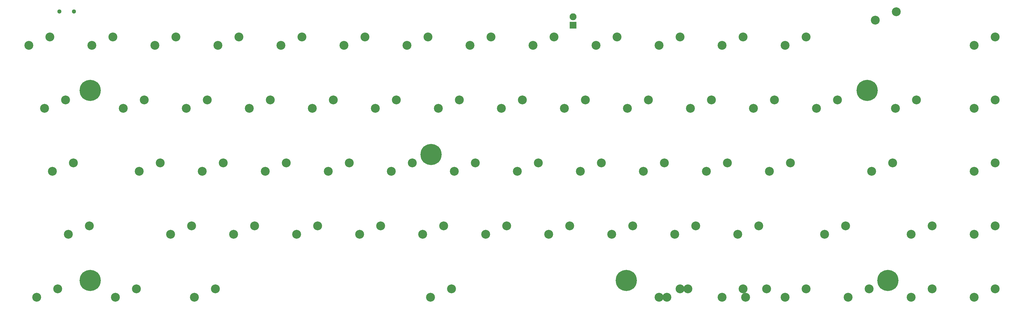
<source format=gts>
G04 #@! TF.FileFunction,Soldermask,Top*
%FSLAX46Y46*%
G04 Gerber Fmt 4.6, Leading zero omitted, Abs format (unit mm)*
G04 Created by KiCad (PCBNEW 4.0.5+dfsg1-4) date Thu Nov 23 22:08:00 2017*
%MOMM*%
%LPD*%
G01*
G04 APERTURE LIST*
%ADD10C,0.100000*%
%ADD11C,2.686000*%
%ADD12C,6.400000*%
%ADD13C,1.300000*%
%ADD14R,2.100000X2.100000*%
%ADD15O,2.100000X2.100000*%
G04 APERTURE END LIST*
D10*
D11*
X35560000Y-57467500D03*
X41910000Y-54927500D03*
D12*
X295275240Y-128587459D03*
X289000240Y-71087459D03*
X216175240Y-128587459D03*
X157150240Y-90487459D03*
X54150240Y-128587459D03*
D11*
X207010000Y-57467500D03*
X213360000Y-54927500D03*
X40322500Y-76517500D03*
X46672500Y-73977500D03*
X264160000Y-133667500D03*
X270510000Y-131127500D03*
X54610000Y-57467500D03*
X60960000Y-54927500D03*
X157003750Y-133667500D03*
X163353750Y-131127500D03*
X78422500Y-114617500D03*
X84772500Y-112077500D03*
X290353750Y-95567500D03*
X296703750Y-93027500D03*
X116522500Y-114617500D03*
X122872500Y-112077500D03*
X85566250Y-133667500D03*
X91916250Y-131127500D03*
X168910000Y-57467500D03*
X175260000Y-54927500D03*
X73660000Y-57467500D03*
X80010000Y-54927500D03*
X226060000Y-57467500D03*
X232410000Y-54927500D03*
X245110000Y-57467500D03*
X251460000Y-54927500D03*
X264160000Y-57467500D03*
X270510000Y-54927500D03*
X297815000Y-47307500D03*
X291465000Y-49847500D03*
X235585000Y-76517500D03*
X241935000Y-73977500D03*
X254635000Y-76517500D03*
X260985000Y-73977500D03*
X273685000Y-76517500D03*
X280035000Y-73977500D03*
X297497500Y-76517500D03*
X303847500Y-73977500D03*
X240347500Y-95567500D03*
X246697500Y-93027500D03*
X259397500Y-95567500D03*
X265747500Y-93027500D03*
X92710000Y-57467500D03*
X99060000Y-54927500D03*
X249872500Y-114617500D03*
X256222500Y-112077500D03*
X111760000Y-57467500D03*
X118110000Y-54927500D03*
X130810000Y-57467500D03*
X137160000Y-54927500D03*
X149860000Y-57467500D03*
X156210000Y-54927500D03*
X187960000Y-57467500D03*
X194310000Y-54927500D03*
X64135000Y-76517500D03*
X70485000Y-73977500D03*
X83185000Y-76517500D03*
X89535000Y-73977500D03*
X102235000Y-76517500D03*
X108585000Y-73977500D03*
X121285000Y-76517500D03*
X127635000Y-73977500D03*
X140335000Y-76517500D03*
X146685000Y-73977500D03*
X159385000Y-76517500D03*
X165735000Y-73977500D03*
X178435000Y-76517500D03*
X184785000Y-73977500D03*
X197485000Y-76517500D03*
X203835000Y-73977500D03*
X216535000Y-76517500D03*
X222885000Y-73977500D03*
X42703750Y-95567500D03*
X49053750Y-93027500D03*
X68897500Y-95567500D03*
X75247500Y-93027500D03*
X87947500Y-95567500D03*
X94297500Y-93027500D03*
X106997500Y-95567500D03*
X113347500Y-93027500D03*
X126047500Y-95567500D03*
X132397500Y-93027500D03*
X145097500Y-95567500D03*
X151447500Y-93027500D03*
X164147500Y-95567500D03*
X170497500Y-93027500D03*
X183197500Y-95567500D03*
X189547500Y-93027500D03*
X202247500Y-95567500D03*
X208597500Y-93027500D03*
X221297500Y-95567500D03*
X227647500Y-93027500D03*
X97472500Y-114617500D03*
X103822500Y-112077500D03*
X135572500Y-114617500D03*
X141922500Y-112077500D03*
X154622500Y-114617500D03*
X160972500Y-112077500D03*
X173672500Y-114617500D03*
X180022500Y-112077500D03*
X192722500Y-114617500D03*
X199072500Y-112077500D03*
X211772500Y-114617500D03*
X218122500Y-112077500D03*
X230822500Y-114617500D03*
X237172500Y-112077500D03*
X37941250Y-133667500D03*
X44291250Y-131127500D03*
X61753750Y-133667500D03*
X68103750Y-131127500D03*
D13*
X44775000Y-47200000D03*
X49175000Y-47200000D03*
D11*
X47466250Y-114617500D03*
X53816250Y-112077500D03*
X228441250Y-133667500D03*
X234791250Y-131127500D03*
X252253750Y-133667500D03*
X258603750Y-131127500D03*
D14*
X200075000Y-51402500D03*
D15*
X200075000Y-48862500D03*
D11*
X321310000Y-57467500D03*
X327660000Y-54927500D03*
X321310000Y-76517500D03*
X327660000Y-73977500D03*
X321310000Y-95567500D03*
X327660000Y-93027500D03*
X302260000Y-114617500D03*
X308610000Y-112077500D03*
X321310000Y-114617500D03*
X327660000Y-112077500D03*
X283210000Y-133667500D03*
X289560000Y-131127500D03*
X302260000Y-133667500D03*
X308610000Y-131127500D03*
X321310000Y-133667500D03*
X327660000Y-131127500D03*
X226060000Y-133667500D03*
X232410000Y-131127500D03*
X245110000Y-133667500D03*
X251460000Y-131127500D03*
X276066250Y-114617500D03*
X282416250Y-112077500D03*
D12*
X54150240Y-71087459D03*
M02*

</source>
